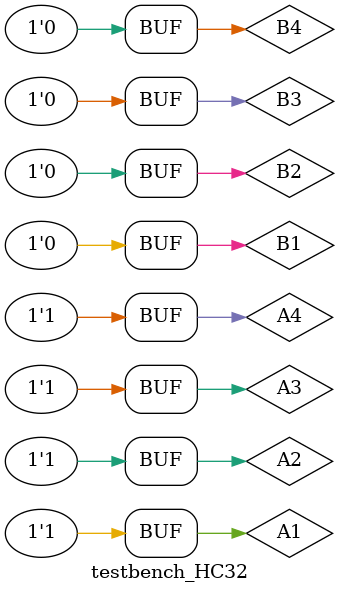
<source format=v>
`timescale 1ns/1ns
module testbench_HC32;
	reg A1, B1, A2, B2, A3, B3, A4, B4;			
	
	wire Y1, Y2, Y3, Y4;
	
	HC_32 test_HC_32(A1, B1, A2, B2, A3, B3, A4, B4, Y1, Y2, Y3, Y4);

	initial
		begin
			A1 = 0; B1 = 0; A2 = 0; B2 = 0; A3 = 0; B3 = 0; A4 = 0; B4 = 0;
			#20 B1 = 1; B2 = 1; B3 = 1; B4 = 1;
			#20 A1 = 1; A2 = 1; A3 = 1; A4 = 1;
			#20 B1 = 0; B2 = 0; B3 = 0; B4 = 0;
			
		end
		
endmodule
</source>
